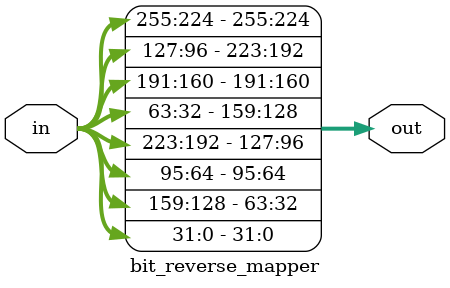
<source format=v>

module bit_reverse_mapper #(parameter N = 8, NUM_SIZE = 32)(
    input [(NUM_SIZE*N) - 1:0] in,  
    output [(NUM_SIZE*N) - 1:0] out 
);

    localparam INDEX_SIZE = $clog2(N);

    function [INDEX_SIZE-1:0] bit_reverse;
        input [INDEX_SIZE-1:0] index;
        integer i;
        begin
            for (i = 0; i < INDEX_SIZE; i = i + 1)
                bit_reverse[i] = index[INDEX_SIZE - 1 - i];
        end
    endfunction

    genvar i;
    generate
        for (i = 0; i < N; i = i + 1) begin : gen_assign
            assign out[bit_reverse(i)*NUM_SIZE +: NUM_SIZE] = in[i*NUM_SIZE +: NUM_SIZE];
        end
    endgenerate

endmodule
</source>
